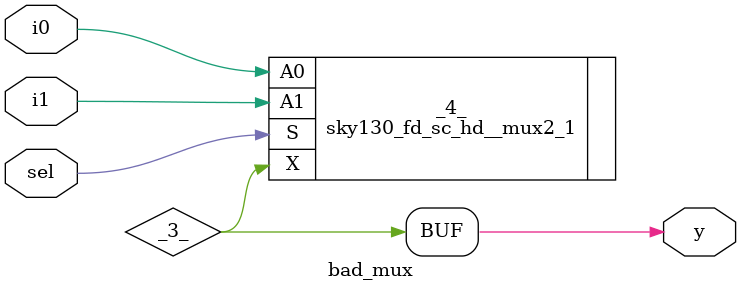
<source format=v>
/* Generated by Yosys 0.32+66 (git sha1 2f901a829, clang 14.0.0-1ubuntu1.1 -fPIC -Os) */

module bad_mux(i0, i1, sel, y);
  wire _0_;
  wire _1_;
  wire _2_;
  wire _3_;
  input i0;
  wire i0;
  input i1;
  wire i1;
  input sel;
  wire sel;
  output y;
  wire y;
  sky130_fd_sc_hd__mux2_1 _4_ (
    .A0(_0_),
    .A1(_1_),
    .S(_2_),
    .X(_3_)
  );
  assign _0_ = i0;
  assign _1_ = i1;
  assign _2_ = sel;
  assign y = _3_;
endmodule

</source>
